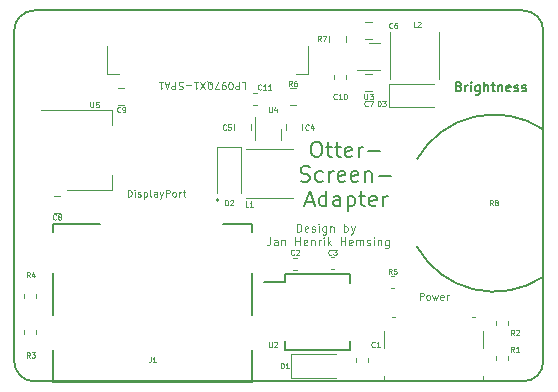
<source format=gto>
G04 #@! TF.GenerationSoftware,KiCad,Pcbnew,5.0.1*
G04 #@! TF.CreationDate,2019-09-04T02:10:02+02:00*
G04 #@! TF.ProjectId,OtterScreen,4F7474657253637265656E2E6B696361,rev?*
G04 #@! TF.SameCoordinates,Original*
G04 #@! TF.FileFunction,Legend,Top*
G04 #@! TF.FilePolarity,Positive*
%FSLAX46Y46*%
G04 Gerber Fmt 4.6, Leading zero omitted, Abs format (unit mm)*
G04 Created by KiCad (PCBNEW 5.0.1) date Wed 04 Sep 2019 02:10:02 AM CEST*
%MOMM*%
%LPD*%
G01*
G04 APERTURE LIST*
%ADD10C,0.200000*%
%ADD11C,0.100000*%
%ADD12C,0.130000*%
%ADD13C,0.150000*%
%ADD14C,0.120000*%
%ADD15C,0.127000*%
%ADD16C,0.110000*%
G04 APERTURE END LIST*
D10*
X155118064Y-126778891D02*
G75*
G02X165799999Y-124270001I6511936J-3731109D01*
G01*
X165795785Y-136748649D02*
G75*
G02X155110000Y-134220000I-4165785J6238649D01*
G01*
D11*
X144916666Y-132941666D02*
X144916666Y-132241666D01*
X145083333Y-132241666D01*
X145183333Y-132275000D01*
X145250000Y-132341666D01*
X145283333Y-132408333D01*
X145316666Y-132541666D01*
X145316666Y-132641666D01*
X145283333Y-132775000D01*
X145250000Y-132841666D01*
X145183333Y-132908333D01*
X145083333Y-132941666D01*
X144916666Y-132941666D01*
X145883333Y-132908333D02*
X145816666Y-132941666D01*
X145683333Y-132941666D01*
X145616666Y-132908333D01*
X145583333Y-132841666D01*
X145583333Y-132575000D01*
X145616666Y-132508333D01*
X145683333Y-132475000D01*
X145816666Y-132475000D01*
X145883333Y-132508333D01*
X145916666Y-132575000D01*
X145916666Y-132641666D01*
X145583333Y-132708333D01*
X146183333Y-132908333D02*
X146250000Y-132941666D01*
X146383333Y-132941666D01*
X146450000Y-132908333D01*
X146483333Y-132841666D01*
X146483333Y-132808333D01*
X146450000Y-132741666D01*
X146383333Y-132708333D01*
X146283333Y-132708333D01*
X146216666Y-132675000D01*
X146183333Y-132608333D01*
X146183333Y-132575000D01*
X146216666Y-132508333D01*
X146283333Y-132475000D01*
X146383333Y-132475000D01*
X146450000Y-132508333D01*
X146783333Y-132941666D02*
X146783333Y-132475000D01*
X146783333Y-132241666D02*
X146750000Y-132275000D01*
X146783333Y-132308333D01*
X146816666Y-132275000D01*
X146783333Y-132241666D01*
X146783333Y-132308333D01*
X147416666Y-132475000D02*
X147416666Y-133041666D01*
X147383333Y-133108333D01*
X147350000Y-133141666D01*
X147283333Y-133175000D01*
X147183333Y-133175000D01*
X147116666Y-133141666D01*
X147416666Y-132908333D02*
X147350000Y-132941666D01*
X147216666Y-132941666D01*
X147150000Y-132908333D01*
X147116666Y-132875000D01*
X147083333Y-132808333D01*
X147083333Y-132608333D01*
X147116666Y-132541666D01*
X147150000Y-132508333D01*
X147216666Y-132475000D01*
X147350000Y-132475000D01*
X147416666Y-132508333D01*
X147750000Y-132475000D02*
X147750000Y-132941666D01*
X147750000Y-132541666D02*
X147783333Y-132508333D01*
X147850000Y-132475000D01*
X147950000Y-132475000D01*
X148016666Y-132508333D01*
X148050000Y-132575000D01*
X148050000Y-132941666D01*
X148916666Y-132941666D02*
X148916666Y-132241666D01*
X148916666Y-132508333D02*
X148983333Y-132475000D01*
X149116666Y-132475000D01*
X149183333Y-132508333D01*
X149216666Y-132541666D01*
X149250000Y-132608333D01*
X149250000Y-132808333D01*
X149216666Y-132875000D01*
X149183333Y-132908333D01*
X149116666Y-132941666D01*
X148983333Y-132941666D01*
X148916666Y-132908333D01*
X149483333Y-132475000D02*
X149650000Y-132941666D01*
X149816666Y-132475000D02*
X149650000Y-132941666D01*
X149583333Y-133108333D01*
X149550000Y-133141666D01*
X149483333Y-133175000D01*
X142666666Y-133391666D02*
X142666666Y-133891666D01*
X142633333Y-133991666D01*
X142566666Y-134058333D01*
X142466666Y-134091666D01*
X142400000Y-134091666D01*
X143300000Y-134091666D02*
X143300000Y-133725000D01*
X143266666Y-133658333D01*
X143200000Y-133625000D01*
X143066666Y-133625000D01*
X143000000Y-133658333D01*
X143300000Y-134058333D02*
X143233333Y-134091666D01*
X143066666Y-134091666D01*
X143000000Y-134058333D01*
X142966666Y-133991666D01*
X142966666Y-133925000D01*
X143000000Y-133858333D01*
X143066666Y-133825000D01*
X143233333Y-133825000D01*
X143300000Y-133791666D01*
X143633333Y-133625000D02*
X143633333Y-134091666D01*
X143633333Y-133691666D02*
X143666666Y-133658333D01*
X143733333Y-133625000D01*
X143833333Y-133625000D01*
X143900000Y-133658333D01*
X143933333Y-133725000D01*
X143933333Y-134091666D01*
X144800000Y-134091666D02*
X144800000Y-133391666D01*
X144800000Y-133725000D02*
X145200000Y-133725000D01*
X145200000Y-134091666D02*
X145200000Y-133391666D01*
X145800000Y-134058333D02*
X145733333Y-134091666D01*
X145600000Y-134091666D01*
X145533333Y-134058333D01*
X145500000Y-133991666D01*
X145500000Y-133725000D01*
X145533333Y-133658333D01*
X145600000Y-133625000D01*
X145733333Y-133625000D01*
X145800000Y-133658333D01*
X145833333Y-133725000D01*
X145833333Y-133791666D01*
X145500000Y-133858333D01*
X146133333Y-133625000D02*
X146133333Y-134091666D01*
X146133333Y-133691666D02*
X146166666Y-133658333D01*
X146233333Y-133625000D01*
X146333333Y-133625000D01*
X146400000Y-133658333D01*
X146433333Y-133725000D01*
X146433333Y-134091666D01*
X146766666Y-134091666D02*
X146766666Y-133625000D01*
X146766666Y-133758333D02*
X146800000Y-133691666D01*
X146833333Y-133658333D01*
X146900000Y-133625000D01*
X146966666Y-133625000D01*
X147200000Y-134091666D02*
X147200000Y-133625000D01*
X147200000Y-133391666D02*
X147166666Y-133425000D01*
X147200000Y-133458333D01*
X147233333Y-133425000D01*
X147200000Y-133391666D01*
X147200000Y-133458333D01*
X147533333Y-134091666D02*
X147533333Y-133391666D01*
X147600000Y-133825000D02*
X147800000Y-134091666D01*
X147800000Y-133625000D02*
X147533333Y-133891666D01*
X148633333Y-134091666D02*
X148633333Y-133391666D01*
X148633333Y-133725000D02*
X149033333Y-133725000D01*
X149033333Y-134091666D02*
X149033333Y-133391666D01*
X149633333Y-134058333D02*
X149566666Y-134091666D01*
X149433333Y-134091666D01*
X149366666Y-134058333D01*
X149333333Y-133991666D01*
X149333333Y-133725000D01*
X149366666Y-133658333D01*
X149433333Y-133625000D01*
X149566666Y-133625000D01*
X149633333Y-133658333D01*
X149666666Y-133725000D01*
X149666666Y-133791666D01*
X149333333Y-133858333D01*
X149966666Y-134091666D02*
X149966666Y-133625000D01*
X149966666Y-133691666D02*
X150000000Y-133658333D01*
X150066666Y-133625000D01*
X150166666Y-133625000D01*
X150233333Y-133658333D01*
X150266666Y-133725000D01*
X150266666Y-134091666D01*
X150266666Y-133725000D02*
X150300000Y-133658333D01*
X150366666Y-133625000D01*
X150466666Y-133625000D01*
X150533333Y-133658333D01*
X150566666Y-133725000D01*
X150566666Y-134091666D01*
X150866666Y-134058333D02*
X150933333Y-134091666D01*
X151066666Y-134091666D01*
X151133333Y-134058333D01*
X151166666Y-133991666D01*
X151166666Y-133958333D01*
X151133333Y-133891666D01*
X151066666Y-133858333D01*
X150966666Y-133858333D01*
X150900000Y-133825000D01*
X150866666Y-133758333D01*
X150866666Y-133725000D01*
X150900000Y-133658333D01*
X150966666Y-133625000D01*
X151066666Y-133625000D01*
X151133333Y-133658333D01*
X151466666Y-134091666D02*
X151466666Y-133625000D01*
X151466666Y-133391666D02*
X151433333Y-133425000D01*
X151466666Y-133458333D01*
X151500000Y-133425000D01*
X151466666Y-133391666D01*
X151466666Y-133458333D01*
X151800000Y-133625000D02*
X151800000Y-134091666D01*
X151800000Y-133691666D02*
X151833333Y-133658333D01*
X151900000Y-133625000D01*
X152000000Y-133625000D01*
X152066666Y-133658333D01*
X152100000Y-133725000D01*
X152100000Y-134091666D01*
X152733333Y-133625000D02*
X152733333Y-134191666D01*
X152700000Y-134258333D01*
X152666666Y-134291666D01*
X152600000Y-134325000D01*
X152500000Y-134325000D01*
X152433333Y-134291666D01*
X152733333Y-134058333D02*
X152666666Y-134091666D01*
X152533333Y-134091666D01*
X152466666Y-134058333D01*
X152433333Y-134025000D01*
X152400000Y-133958333D01*
X152400000Y-133758333D01*
X152433333Y-133691666D01*
X152466666Y-133658333D01*
X152533333Y-133625000D01*
X152666666Y-133625000D01*
X152733333Y-133658333D01*
X130600000Y-129971428D02*
X130600000Y-129371428D01*
X130742857Y-129371428D01*
X130828571Y-129400000D01*
X130885714Y-129457142D01*
X130914285Y-129514285D01*
X130942857Y-129628571D01*
X130942857Y-129714285D01*
X130914285Y-129828571D01*
X130885714Y-129885714D01*
X130828571Y-129942857D01*
X130742857Y-129971428D01*
X130600000Y-129971428D01*
X131200000Y-129971428D02*
X131200000Y-129571428D01*
X131200000Y-129371428D02*
X131171428Y-129400000D01*
X131200000Y-129428571D01*
X131228571Y-129400000D01*
X131200000Y-129371428D01*
X131200000Y-129428571D01*
X131457142Y-129942857D02*
X131514285Y-129971428D01*
X131628571Y-129971428D01*
X131685714Y-129942857D01*
X131714285Y-129885714D01*
X131714285Y-129857142D01*
X131685714Y-129800000D01*
X131628571Y-129771428D01*
X131542857Y-129771428D01*
X131485714Y-129742857D01*
X131457142Y-129685714D01*
X131457142Y-129657142D01*
X131485714Y-129600000D01*
X131542857Y-129571428D01*
X131628571Y-129571428D01*
X131685714Y-129600000D01*
X131971428Y-129571428D02*
X131971428Y-130171428D01*
X131971428Y-129600000D02*
X132028571Y-129571428D01*
X132142857Y-129571428D01*
X132200000Y-129600000D01*
X132228571Y-129628571D01*
X132257142Y-129685714D01*
X132257142Y-129857142D01*
X132228571Y-129914285D01*
X132200000Y-129942857D01*
X132142857Y-129971428D01*
X132028571Y-129971428D01*
X131971428Y-129942857D01*
X132600000Y-129971428D02*
X132542857Y-129942857D01*
X132514285Y-129885714D01*
X132514285Y-129371428D01*
X133085714Y-129971428D02*
X133085714Y-129657142D01*
X133057142Y-129600000D01*
X133000000Y-129571428D01*
X132885714Y-129571428D01*
X132828571Y-129600000D01*
X133085714Y-129942857D02*
X133028571Y-129971428D01*
X132885714Y-129971428D01*
X132828571Y-129942857D01*
X132800000Y-129885714D01*
X132800000Y-129828571D01*
X132828571Y-129771428D01*
X132885714Y-129742857D01*
X133028571Y-129742857D01*
X133085714Y-129714285D01*
X133314285Y-129571428D02*
X133457142Y-129971428D01*
X133600000Y-129571428D02*
X133457142Y-129971428D01*
X133400000Y-130114285D01*
X133371428Y-130142857D01*
X133314285Y-130171428D01*
X133828571Y-129971428D02*
X133828571Y-129371428D01*
X134057142Y-129371428D01*
X134114285Y-129400000D01*
X134142857Y-129428571D01*
X134171428Y-129485714D01*
X134171428Y-129571428D01*
X134142857Y-129628571D01*
X134114285Y-129657142D01*
X134057142Y-129685714D01*
X133828571Y-129685714D01*
X134514285Y-129971428D02*
X134457142Y-129942857D01*
X134428571Y-129914285D01*
X134400000Y-129857142D01*
X134400000Y-129685714D01*
X134428571Y-129628571D01*
X134457142Y-129600000D01*
X134514285Y-129571428D01*
X134600000Y-129571428D01*
X134657142Y-129600000D01*
X134685714Y-129628571D01*
X134714285Y-129685714D01*
X134714285Y-129857142D01*
X134685714Y-129914285D01*
X134657142Y-129942857D01*
X134600000Y-129971428D01*
X134514285Y-129971428D01*
X134971428Y-129971428D02*
X134971428Y-129571428D01*
X134971428Y-129685714D02*
X135000000Y-129628571D01*
X135028571Y-129600000D01*
X135085714Y-129571428D01*
X135142857Y-129571428D01*
X135257142Y-129571428D02*
X135485714Y-129571428D01*
X135342857Y-129371428D02*
X135342857Y-129885714D01*
X135371428Y-129942857D01*
X135428571Y-129971428D01*
X135485714Y-129971428D01*
X155324285Y-138701428D02*
X155324285Y-138101428D01*
X155552857Y-138101428D01*
X155610000Y-138130000D01*
X155638571Y-138158571D01*
X155667142Y-138215714D01*
X155667142Y-138301428D01*
X155638571Y-138358571D01*
X155610000Y-138387142D01*
X155552857Y-138415714D01*
X155324285Y-138415714D01*
X156010000Y-138701428D02*
X155952857Y-138672857D01*
X155924285Y-138644285D01*
X155895714Y-138587142D01*
X155895714Y-138415714D01*
X155924285Y-138358571D01*
X155952857Y-138330000D01*
X156010000Y-138301428D01*
X156095714Y-138301428D01*
X156152857Y-138330000D01*
X156181428Y-138358571D01*
X156210000Y-138415714D01*
X156210000Y-138587142D01*
X156181428Y-138644285D01*
X156152857Y-138672857D01*
X156095714Y-138701428D01*
X156010000Y-138701428D01*
X156410000Y-138301428D02*
X156524285Y-138701428D01*
X156638571Y-138415714D01*
X156752857Y-138701428D01*
X156867142Y-138301428D01*
X157324285Y-138672857D02*
X157267142Y-138701428D01*
X157152857Y-138701428D01*
X157095714Y-138672857D01*
X157067142Y-138615714D01*
X157067142Y-138387142D01*
X157095714Y-138330000D01*
X157152857Y-138301428D01*
X157267142Y-138301428D01*
X157324285Y-138330000D01*
X157352857Y-138387142D01*
X157352857Y-138444285D01*
X157067142Y-138501428D01*
X157610000Y-138701428D02*
X157610000Y-138301428D01*
X157610000Y-138415714D02*
X157638571Y-138358571D01*
X157667142Y-138330000D01*
X157724285Y-138301428D01*
X157781428Y-138301428D01*
X140257142Y-120268571D02*
X140542857Y-120268571D01*
X140542857Y-120868571D01*
X140057142Y-120268571D02*
X140057142Y-120868571D01*
X139828571Y-120868571D01*
X139771428Y-120840000D01*
X139742857Y-120811428D01*
X139714285Y-120754285D01*
X139714285Y-120668571D01*
X139742857Y-120611428D01*
X139771428Y-120582857D01*
X139828571Y-120554285D01*
X140057142Y-120554285D01*
X139342857Y-120868571D02*
X139285714Y-120868571D01*
X139228571Y-120840000D01*
X139200000Y-120811428D01*
X139171428Y-120754285D01*
X139142857Y-120640000D01*
X139142857Y-120497142D01*
X139171428Y-120382857D01*
X139200000Y-120325714D01*
X139228571Y-120297142D01*
X139285714Y-120268571D01*
X139342857Y-120268571D01*
X139400000Y-120297142D01*
X139428571Y-120325714D01*
X139457142Y-120382857D01*
X139485714Y-120497142D01*
X139485714Y-120640000D01*
X139457142Y-120754285D01*
X139428571Y-120811428D01*
X139400000Y-120840000D01*
X139342857Y-120868571D01*
X138857142Y-120268571D02*
X138742857Y-120268571D01*
X138685714Y-120297142D01*
X138657142Y-120325714D01*
X138600000Y-120411428D01*
X138571428Y-120525714D01*
X138571428Y-120754285D01*
X138600000Y-120811428D01*
X138628571Y-120840000D01*
X138685714Y-120868571D01*
X138800000Y-120868571D01*
X138857142Y-120840000D01*
X138885714Y-120811428D01*
X138914285Y-120754285D01*
X138914285Y-120611428D01*
X138885714Y-120554285D01*
X138857142Y-120525714D01*
X138800000Y-120497142D01*
X138685714Y-120497142D01*
X138628571Y-120525714D01*
X138600000Y-120554285D01*
X138571428Y-120611428D01*
X138371428Y-120868571D02*
X137971428Y-120868571D01*
X138228571Y-120268571D01*
X137342857Y-120211428D02*
X137400000Y-120240000D01*
X137457142Y-120297142D01*
X137542857Y-120382857D01*
X137600000Y-120411428D01*
X137657142Y-120411428D01*
X137628571Y-120268571D02*
X137685714Y-120297142D01*
X137742857Y-120354285D01*
X137771428Y-120468571D01*
X137771428Y-120668571D01*
X137742857Y-120782857D01*
X137685714Y-120840000D01*
X137628571Y-120868571D01*
X137514285Y-120868571D01*
X137457142Y-120840000D01*
X137400000Y-120782857D01*
X137371428Y-120668571D01*
X137371428Y-120468571D01*
X137400000Y-120354285D01*
X137457142Y-120297142D01*
X137514285Y-120268571D01*
X137628571Y-120268571D01*
X137171428Y-120868571D02*
X136771428Y-120268571D01*
X136771428Y-120868571D02*
X137171428Y-120268571D01*
X136228571Y-120268571D02*
X136571428Y-120268571D01*
X136400000Y-120268571D02*
X136400000Y-120868571D01*
X136457142Y-120782857D01*
X136514285Y-120725714D01*
X136571428Y-120697142D01*
X135971428Y-120497142D02*
X135514285Y-120497142D01*
X135257142Y-120297142D02*
X135171428Y-120268571D01*
X135028571Y-120268571D01*
X134971428Y-120297142D01*
X134942857Y-120325714D01*
X134914285Y-120382857D01*
X134914285Y-120440000D01*
X134942857Y-120497142D01*
X134971428Y-120525714D01*
X135028571Y-120554285D01*
X135142857Y-120582857D01*
X135200000Y-120611428D01*
X135228571Y-120640000D01*
X135257142Y-120697142D01*
X135257142Y-120754285D01*
X135228571Y-120811428D01*
X135200000Y-120840000D01*
X135142857Y-120868571D01*
X135000000Y-120868571D01*
X134914285Y-120840000D01*
X134657142Y-120268571D02*
X134657142Y-120868571D01*
X134428571Y-120868571D01*
X134371428Y-120840000D01*
X134342857Y-120811428D01*
X134314285Y-120754285D01*
X134314285Y-120668571D01*
X134342857Y-120611428D01*
X134371428Y-120582857D01*
X134428571Y-120554285D01*
X134657142Y-120554285D01*
X134085714Y-120440000D02*
X133800000Y-120440000D01*
X134142857Y-120268571D02*
X133942857Y-120868571D01*
X133742857Y-120268571D01*
X133228571Y-120268571D02*
X133571428Y-120268571D01*
X133400000Y-120268571D02*
X133400000Y-120868571D01*
X133457142Y-120782857D01*
X133514285Y-120725714D01*
X133571428Y-120697142D01*
D12*
X146469047Y-125308095D02*
X146716666Y-125308095D01*
X146840476Y-125370000D01*
X146964285Y-125493809D01*
X147026190Y-125741428D01*
X147026190Y-126174761D01*
X146964285Y-126422380D01*
X146840476Y-126546190D01*
X146716666Y-126608095D01*
X146469047Y-126608095D01*
X146345238Y-126546190D01*
X146221428Y-126422380D01*
X146159523Y-126174761D01*
X146159523Y-125741428D01*
X146221428Y-125493809D01*
X146345238Y-125370000D01*
X146469047Y-125308095D01*
X147397619Y-125741428D02*
X147892857Y-125741428D01*
X147583333Y-125308095D02*
X147583333Y-126422380D01*
X147645238Y-126546190D01*
X147769047Y-126608095D01*
X147892857Y-126608095D01*
X148140476Y-125741428D02*
X148635714Y-125741428D01*
X148326190Y-125308095D02*
X148326190Y-126422380D01*
X148388095Y-126546190D01*
X148511904Y-126608095D01*
X148635714Y-126608095D01*
X149564285Y-126546190D02*
X149440476Y-126608095D01*
X149192857Y-126608095D01*
X149069047Y-126546190D01*
X149007142Y-126422380D01*
X149007142Y-125927142D01*
X149069047Y-125803333D01*
X149192857Y-125741428D01*
X149440476Y-125741428D01*
X149564285Y-125803333D01*
X149626190Y-125927142D01*
X149626190Y-126050952D01*
X149007142Y-126174761D01*
X150183333Y-126608095D02*
X150183333Y-125741428D01*
X150183333Y-125989047D02*
X150245238Y-125865238D01*
X150307142Y-125803333D01*
X150430952Y-125741428D01*
X150554761Y-125741428D01*
X150988095Y-126112857D02*
X151978571Y-126112857D01*
X145261904Y-128626190D02*
X145447619Y-128688095D01*
X145757142Y-128688095D01*
X145880952Y-128626190D01*
X145942857Y-128564285D01*
X146004761Y-128440476D01*
X146004761Y-128316666D01*
X145942857Y-128192857D01*
X145880952Y-128130952D01*
X145757142Y-128069047D01*
X145509523Y-128007142D01*
X145385714Y-127945238D01*
X145323809Y-127883333D01*
X145261904Y-127759523D01*
X145261904Y-127635714D01*
X145323809Y-127511904D01*
X145385714Y-127450000D01*
X145509523Y-127388095D01*
X145819047Y-127388095D01*
X146004761Y-127450000D01*
X147119047Y-128626190D02*
X146995238Y-128688095D01*
X146747619Y-128688095D01*
X146623809Y-128626190D01*
X146561904Y-128564285D01*
X146500000Y-128440476D01*
X146500000Y-128069047D01*
X146561904Y-127945238D01*
X146623809Y-127883333D01*
X146747619Y-127821428D01*
X146995238Y-127821428D01*
X147119047Y-127883333D01*
X147676190Y-128688095D02*
X147676190Y-127821428D01*
X147676190Y-128069047D02*
X147738095Y-127945238D01*
X147800000Y-127883333D01*
X147923809Y-127821428D01*
X148047619Y-127821428D01*
X148976190Y-128626190D02*
X148852380Y-128688095D01*
X148604761Y-128688095D01*
X148480952Y-128626190D01*
X148419047Y-128502380D01*
X148419047Y-128007142D01*
X148480952Y-127883333D01*
X148604761Y-127821428D01*
X148852380Y-127821428D01*
X148976190Y-127883333D01*
X149038095Y-128007142D01*
X149038095Y-128130952D01*
X148419047Y-128254761D01*
X150090476Y-128626190D02*
X149966666Y-128688095D01*
X149719047Y-128688095D01*
X149595238Y-128626190D01*
X149533333Y-128502380D01*
X149533333Y-128007142D01*
X149595238Y-127883333D01*
X149719047Y-127821428D01*
X149966666Y-127821428D01*
X150090476Y-127883333D01*
X150152380Y-128007142D01*
X150152380Y-128130952D01*
X149533333Y-128254761D01*
X150709523Y-127821428D02*
X150709523Y-128688095D01*
X150709523Y-127945238D02*
X150771428Y-127883333D01*
X150895238Y-127821428D01*
X151080952Y-127821428D01*
X151204761Y-127883333D01*
X151266666Y-128007142D01*
X151266666Y-128688095D01*
X151885714Y-128192857D02*
X152876190Y-128192857D01*
X145695238Y-130396666D02*
X146314285Y-130396666D01*
X145571428Y-130768095D02*
X146004761Y-129468095D01*
X146438095Y-130768095D01*
X147428571Y-130768095D02*
X147428571Y-129468095D01*
X147428571Y-130706190D02*
X147304761Y-130768095D01*
X147057142Y-130768095D01*
X146933333Y-130706190D01*
X146871428Y-130644285D01*
X146809523Y-130520476D01*
X146809523Y-130149047D01*
X146871428Y-130025238D01*
X146933333Y-129963333D01*
X147057142Y-129901428D01*
X147304761Y-129901428D01*
X147428571Y-129963333D01*
X148604761Y-130768095D02*
X148604761Y-130087142D01*
X148542857Y-129963333D01*
X148419047Y-129901428D01*
X148171428Y-129901428D01*
X148047619Y-129963333D01*
X148604761Y-130706190D02*
X148480952Y-130768095D01*
X148171428Y-130768095D01*
X148047619Y-130706190D01*
X147985714Y-130582380D01*
X147985714Y-130458571D01*
X148047619Y-130334761D01*
X148171428Y-130272857D01*
X148480952Y-130272857D01*
X148604761Y-130210952D01*
X149223809Y-129901428D02*
X149223809Y-131201428D01*
X149223809Y-129963333D02*
X149347619Y-129901428D01*
X149595238Y-129901428D01*
X149719047Y-129963333D01*
X149780952Y-130025238D01*
X149842857Y-130149047D01*
X149842857Y-130520476D01*
X149780952Y-130644285D01*
X149719047Y-130706190D01*
X149595238Y-130768095D01*
X149347619Y-130768095D01*
X149223809Y-130706190D01*
X150214285Y-129901428D02*
X150709523Y-129901428D01*
X150400000Y-129468095D02*
X150400000Y-130582380D01*
X150461904Y-130706190D01*
X150585714Y-130768095D01*
X150709523Y-130768095D01*
X151638095Y-130706190D02*
X151514285Y-130768095D01*
X151266666Y-130768095D01*
X151142857Y-130706190D01*
X151080952Y-130582380D01*
X151080952Y-130087142D01*
X151142857Y-129963333D01*
X151266666Y-129901428D01*
X151514285Y-129901428D01*
X151638095Y-129963333D01*
X151700000Y-130087142D01*
X151700000Y-130210952D01*
X151080952Y-130334761D01*
X152257142Y-130768095D02*
X152257142Y-129901428D01*
X152257142Y-130149047D02*
X152319047Y-130025238D01*
X152380952Y-129963333D01*
X152504761Y-129901428D01*
X152628571Y-129901428D01*
D13*
X158654285Y-120632857D02*
X158768571Y-120670952D01*
X158806666Y-120709047D01*
X158844761Y-120785238D01*
X158844761Y-120899523D01*
X158806666Y-120975714D01*
X158768571Y-121013809D01*
X158692380Y-121051904D01*
X158387619Y-121051904D01*
X158387619Y-120251904D01*
X158654285Y-120251904D01*
X158730476Y-120290000D01*
X158768571Y-120328095D01*
X158806666Y-120404285D01*
X158806666Y-120480476D01*
X158768571Y-120556666D01*
X158730476Y-120594761D01*
X158654285Y-120632857D01*
X158387619Y-120632857D01*
X159187619Y-121051904D02*
X159187619Y-120518571D01*
X159187619Y-120670952D02*
X159225714Y-120594761D01*
X159263809Y-120556666D01*
X159340000Y-120518571D01*
X159416190Y-120518571D01*
X159682857Y-121051904D02*
X159682857Y-120518571D01*
X159682857Y-120251904D02*
X159644761Y-120290000D01*
X159682857Y-120328095D01*
X159720952Y-120290000D01*
X159682857Y-120251904D01*
X159682857Y-120328095D01*
X160406666Y-120518571D02*
X160406666Y-121166190D01*
X160368571Y-121242380D01*
X160330476Y-121280476D01*
X160254285Y-121318571D01*
X160140000Y-121318571D01*
X160063809Y-121280476D01*
X160406666Y-121013809D02*
X160330476Y-121051904D01*
X160178095Y-121051904D01*
X160101904Y-121013809D01*
X160063809Y-120975714D01*
X160025714Y-120899523D01*
X160025714Y-120670952D01*
X160063809Y-120594761D01*
X160101904Y-120556666D01*
X160178095Y-120518571D01*
X160330476Y-120518571D01*
X160406666Y-120556666D01*
X160787619Y-121051904D02*
X160787619Y-120251904D01*
X161130476Y-121051904D02*
X161130476Y-120632857D01*
X161092380Y-120556666D01*
X161016190Y-120518571D01*
X160901904Y-120518571D01*
X160825714Y-120556666D01*
X160787619Y-120594761D01*
X161397142Y-120518571D02*
X161701904Y-120518571D01*
X161511428Y-120251904D02*
X161511428Y-120937619D01*
X161549523Y-121013809D01*
X161625714Y-121051904D01*
X161701904Y-121051904D01*
X161968571Y-120518571D02*
X161968571Y-121051904D01*
X161968571Y-120594761D02*
X162006666Y-120556666D01*
X162082857Y-120518571D01*
X162197142Y-120518571D01*
X162273333Y-120556666D01*
X162311428Y-120632857D01*
X162311428Y-121051904D01*
X162997142Y-121013809D02*
X162920952Y-121051904D01*
X162768571Y-121051904D01*
X162692380Y-121013809D01*
X162654285Y-120937619D01*
X162654285Y-120632857D01*
X162692380Y-120556666D01*
X162768571Y-120518571D01*
X162920952Y-120518571D01*
X162997142Y-120556666D01*
X163035238Y-120632857D01*
X163035238Y-120709047D01*
X162654285Y-120785238D01*
X163340000Y-121013809D02*
X163416190Y-121051904D01*
X163568571Y-121051904D01*
X163644761Y-121013809D01*
X163682857Y-120937619D01*
X163682857Y-120899523D01*
X163644761Y-120823333D01*
X163568571Y-120785238D01*
X163454285Y-120785238D01*
X163378095Y-120747142D01*
X163340000Y-120670952D01*
X163340000Y-120632857D01*
X163378095Y-120556666D01*
X163454285Y-120518571D01*
X163568571Y-120518571D01*
X163644761Y-120556666D01*
X163987619Y-121013809D02*
X164063809Y-121051904D01*
X164216190Y-121051904D01*
X164292380Y-121013809D01*
X164330476Y-120937619D01*
X164330476Y-120899523D01*
X164292380Y-120823333D01*
X164216190Y-120785238D01*
X164101904Y-120785238D01*
X164025714Y-120747142D01*
X163987619Y-120670952D01*
X163987619Y-120632857D01*
X164025714Y-120556666D01*
X164101904Y-120518571D01*
X164216190Y-120518571D01*
X164292380Y-120556666D01*
X164099999Y-114200001D02*
G75*
G02X165800000Y-115900000I1J-1700000D01*
G01*
X121000001Y-115900001D02*
G75*
G02X122700000Y-114200000I1700000J1D01*
G01*
X122700001Y-145599999D02*
G75*
G02X121000000Y-143900000I-1J1700000D01*
G01*
X165800000Y-143900000D02*
G75*
G02X164100000Y-145600000I-1700000J0D01*
G01*
X164100000Y-145600000D02*
X136200000Y-145600000D01*
X165800000Y-115900000D02*
X165800000Y-143900000D01*
X122700000Y-114200000D02*
X164099999Y-114200001D01*
X121000000Y-143900000D02*
X121000001Y-115900001D01*
X136200000Y-145600000D02*
X122700001Y-145599999D01*
D14*
G04 #@! TO.C,C10*
X148090000Y-119637221D02*
X148090000Y-119962779D01*
X149110000Y-119637221D02*
X149110000Y-119962779D01*
G04 #@! TO.C,C11*
X141562779Y-122210000D02*
X141237221Y-122210000D01*
X141562779Y-121190000D02*
X141237221Y-121190000D01*
G04 #@! TO.C,U3*
X150000000Y-119210000D02*
X152000000Y-119210000D01*
X151000000Y-116990000D02*
X152000000Y-116990000D01*
G04 #@! TO.C,U4*
X143610000Y-124200000D02*
X143610000Y-125200000D01*
X141390000Y-123200000D02*
X141390000Y-125200000D01*
G04 #@! TO.C,C8*
X124888578Y-129890000D02*
X124371422Y-129890000D01*
X124888578Y-131310000D02*
X124371422Y-131310000D01*
G04 #@! TO.C,C9*
X130328578Y-122180000D02*
X129811422Y-122180000D01*
X130328578Y-120760000D02*
X129811422Y-120760000D01*
G04 #@! TO.C,U5*
X129260000Y-129430000D02*
X129260000Y-128170000D01*
X129260000Y-122610000D02*
X129260000Y-123870000D01*
X125500000Y-129430000D02*
X129260000Y-129430000D01*
X123250000Y-122610000D02*
X129260000Y-122610000D01*
D15*
G04 #@! TO.C,J1*
X128250000Y-132280000D02*
X124250000Y-132280000D01*
X124250000Y-132280000D02*
X124250000Y-132980000D01*
X124250000Y-136410000D02*
X124250000Y-139960000D01*
X124250000Y-142990000D02*
X124250000Y-145650000D01*
X141150000Y-142990000D02*
X141150000Y-145650000D01*
X141150000Y-136410000D02*
X141150000Y-139960000D01*
X141150000Y-132280000D02*
X141150000Y-132980000D01*
X141150000Y-132280000D02*
X138650000Y-132280000D01*
D10*
X138300000Y-130250000D02*
G75*
G03X138300000Y-130250000I-100000J0D01*
G01*
D15*
X124250000Y-145650000D02*
X141150000Y-145650000D01*
D13*
G04 #@! TO.C,U2*
X143930000Y-137180000D02*
X142180000Y-137180000D01*
X143930000Y-142935000D02*
X149430000Y-142935000D01*
X143930000Y-136525000D02*
X149430000Y-136525000D01*
X143930000Y-142935000D02*
X143930000Y-142185000D01*
X149430000Y-142935000D02*
X149430000Y-142185000D01*
X149430000Y-136525000D02*
X149430000Y-137275000D01*
X143930000Y-136525000D02*
X143930000Y-137180000D01*
D14*
G04 #@! TO.C,R7*
X149110000Y-116858578D02*
X149110000Y-116341422D01*
X147690000Y-116858578D02*
X147690000Y-116341422D01*
G04 #@! TO.C,R6*
X144341422Y-122209999D02*
X144858578Y-122209999D01*
X144341422Y-120789999D02*
X144858578Y-120789999D01*
G04 #@! TO.C,R5*
X152867221Y-137690000D02*
X153192779Y-137690000D01*
X152867221Y-136670000D02*
X153192779Y-136670000D01*
G04 #@! TO.C,L2*
X152800000Y-116000000D02*
X152800000Y-120000000D01*
X157000000Y-116000000D02*
X157000000Y-120000000D01*
G04 #@! TO.C,L1*
X144600000Y-125900000D02*
X140600000Y-125900000D01*
X144600000Y-130100000D02*
X140600000Y-130100000D01*
G04 #@! TO.C,D3*
X152700000Y-120400000D02*
X156550000Y-120400000D01*
X152700000Y-122400000D02*
X156550000Y-122400000D01*
X152700000Y-120400000D02*
X152700000Y-122400000D01*
G04 #@! TO.C,D2*
X140200000Y-125800000D02*
X140200000Y-129650000D01*
X138200000Y-125800000D02*
X138200000Y-129650000D01*
X140200000Y-125800000D02*
X138200000Y-125800000D01*
G04 #@! TO.C,D1*
X144440000Y-143280000D02*
X148290000Y-143280000D01*
X144440000Y-145280000D02*
X148290000Y-145280000D01*
X144440000Y-143280000D02*
X144440000Y-145280000D01*
G04 #@! TO.C,C7*
X151258578Y-119590000D02*
X150741422Y-119590000D01*
X151258578Y-121010000D02*
X150741422Y-121010000D01*
G04 #@! TO.C,C6*
X151258578Y-115180000D02*
X150741422Y-115180000D01*
X151258578Y-116600000D02*
X150741422Y-116600000D01*
G04 #@! TO.C,C5*
X141010000Y-124358578D02*
X141010000Y-123841422D01*
X139590000Y-124358578D02*
X139590000Y-123841422D01*
G04 #@! TO.C,C4*
X145410000Y-124358578D02*
X145410000Y-123841422D01*
X143990000Y-124358578D02*
X143990000Y-123841422D01*
G04 #@! TO.C,C3*
X148112779Y-135090000D02*
X147787221Y-135090000D01*
X148112779Y-136110000D02*
X147787221Y-136110000D01*
G04 #@! TO.C,C2*
X144942779Y-135120000D02*
X144617221Y-135120000D01*
X144942779Y-136140000D02*
X144617221Y-136140000D01*
G04 #@! TO.C,C1*
X149910000Y-143657221D02*
X149910000Y-143982779D01*
X150930000Y-143657221D02*
X150930000Y-143982779D01*
D11*
G04 #@! TO.C,J2*
X152300000Y-145550000D02*
X160700000Y-145550000D01*
X160700000Y-145550000D02*
X160700000Y-145150000D01*
D16*
X160700000Y-142750000D02*
X160700000Y-141350000D01*
D11*
X152300000Y-145550000D02*
X152300000Y-145150000D01*
X152300000Y-142750000D02*
X152300000Y-141350000D01*
X152950000Y-140150000D02*
X153250000Y-140150000D01*
X160050000Y-140150000D02*
X159750000Y-140150000D01*
D14*
G04 #@! TO.C,R4*
X122860000Y-138525279D02*
X122860000Y-138199721D01*
X121840000Y-138525279D02*
X121840000Y-138199721D01*
G04 #@! TO.C,R3*
X122860000Y-141287221D02*
X122860000Y-141612779D01*
X121840000Y-141287221D02*
X121840000Y-141612779D01*
G04 #@! TO.C,R2*
X162780000Y-140832779D02*
X162780000Y-140507221D01*
X161760000Y-140832779D02*
X161760000Y-140507221D01*
G04 #@! TO.C,R1*
X162780000Y-143487221D02*
X162780000Y-143812779D01*
X161760000Y-143487221D02*
X161760000Y-143812779D01*
D11*
G04 #@! TO.C,U1*
X128850000Y-117190000D02*
X128850000Y-119540000D01*
X128850000Y-119540000D02*
X129850000Y-119540000D01*
X145850000Y-117190000D02*
X145850000Y-119540000D01*
X145850000Y-119540000D02*
X144850000Y-119540000D01*
G04 #@! TD*
G04 #@! TO.C,C10*
X148310714Y-121660714D02*
X148289285Y-121682142D01*
X148225000Y-121703571D01*
X148182142Y-121703571D01*
X148117857Y-121682142D01*
X148075000Y-121639285D01*
X148053571Y-121596428D01*
X148032142Y-121510714D01*
X148032142Y-121446428D01*
X148053571Y-121360714D01*
X148075000Y-121317857D01*
X148117857Y-121275000D01*
X148182142Y-121253571D01*
X148225000Y-121253571D01*
X148289285Y-121275000D01*
X148310714Y-121296428D01*
X148739285Y-121703571D02*
X148482142Y-121703571D01*
X148610714Y-121703571D02*
X148610714Y-121253571D01*
X148567857Y-121317857D01*
X148525000Y-121360714D01*
X148482142Y-121382142D01*
X149017857Y-121253571D02*
X149060714Y-121253571D01*
X149103571Y-121275000D01*
X149125000Y-121296428D01*
X149146428Y-121339285D01*
X149167857Y-121425000D01*
X149167857Y-121532142D01*
X149146428Y-121617857D01*
X149125000Y-121660714D01*
X149103571Y-121682142D01*
X149060714Y-121703571D01*
X149017857Y-121703571D01*
X148975000Y-121682142D01*
X148953571Y-121660714D01*
X148932142Y-121617857D01*
X148910714Y-121532142D01*
X148910714Y-121425000D01*
X148932142Y-121339285D01*
X148953571Y-121296428D01*
X148975000Y-121275000D01*
X149017857Y-121253571D01*
G04 #@! TO.C,C11*
X141910714Y-120860714D02*
X141889285Y-120882142D01*
X141825000Y-120903571D01*
X141782142Y-120903571D01*
X141717857Y-120882142D01*
X141675000Y-120839285D01*
X141653571Y-120796428D01*
X141632142Y-120710714D01*
X141632142Y-120646428D01*
X141653571Y-120560714D01*
X141675000Y-120517857D01*
X141717857Y-120475000D01*
X141782142Y-120453571D01*
X141825000Y-120453571D01*
X141889285Y-120475000D01*
X141910714Y-120496428D01*
X142339285Y-120903571D02*
X142082142Y-120903571D01*
X142210714Y-120903571D02*
X142210714Y-120453571D01*
X142167857Y-120517857D01*
X142125000Y-120560714D01*
X142082142Y-120582142D01*
X142767857Y-120903571D02*
X142510714Y-120903571D01*
X142639285Y-120903571D02*
X142639285Y-120453571D01*
X142596428Y-120517857D01*
X142553571Y-120560714D01*
X142510714Y-120582142D01*
G04 #@! TO.C,U3*
X150657142Y-121253571D02*
X150657142Y-121617857D01*
X150678571Y-121660714D01*
X150700000Y-121682142D01*
X150742857Y-121703571D01*
X150828571Y-121703571D01*
X150871428Y-121682142D01*
X150892857Y-121660714D01*
X150914285Y-121617857D01*
X150914285Y-121253571D01*
X151085714Y-121253571D02*
X151364285Y-121253571D01*
X151214285Y-121425000D01*
X151278571Y-121425000D01*
X151321428Y-121446428D01*
X151342857Y-121467857D01*
X151364285Y-121510714D01*
X151364285Y-121617857D01*
X151342857Y-121660714D01*
X151321428Y-121682142D01*
X151278571Y-121703571D01*
X151150000Y-121703571D01*
X151107142Y-121682142D01*
X151085714Y-121660714D01*
G04 #@! TO.C,U4*
X142557142Y-122353571D02*
X142557142Y-122717857D01*
X142578571Y-122760714D01*
X142600000Y-122782142D01*
X142642857Y-122803571D01*
X142728571Y-122803571D01*
X142771428Y-122782142D01*
X142792857Y-122760714D01*
X142814285Y-122717857D01*
X142814285Y-122353571D01*
X143221428Y-122503571D02*
X143221428Y-122803571D01*
X143114285Y-122332142D02*
X143007142Y-122653571D01*
X143285714Y-122653571D01*
G04 #@! TO.C,C8*
X124555000Y-131860714D02*
X124533571Y-131882142D01*
X124469285Y-131903571D01*
X124426428Y-131903571D01*
X124362142Y-131882142D01*
X124319285Y-131839285D01*
X124297857Y-131796428D01*
X124276428Y-131710714D01*
X124276428Y-131646428D01*
X124297857Y-131560714D01*
X124319285Y-131517857D01*
X124362142Y-131475000D01*
X124426428Y-131453571D01*
X124469285Y-131453571D01*
X124533571Y-131475000D01*
X124555000Y-131496428D01*
X124812142Y-131646428D02*
X124769285Y-131625000D01*
X124747857Y-131603571D01*
X124726428Y-131560714D01*
X124726428Y-131539285D01*
X124747857Y-131496428D01*
X124769285Y-131475000D01*
X124812142Y-131453571D01*
X124897857Y-131453571D01*
X124940714Y-131475000D01*
X124962142Y-131496428D01*
X124983571Y-131539285D01*
X124983571Y-131560714D01*
X124962142Y-131603571D01*
X124940714Y-131625000D01*
X124897857Y-131646428D01*
X124812142Y-131646428D01*
X124769285Y-131667857D01*
X124747857Y-131689285D01*
X124726428Y-131732142D01*
X124726428Y-131817857D01*
X124747857Y-131860714D01*
X124769285Y-131882142D01*
X124812142Y-131903571D01*
X124897857Y-131903571D01*
X124940714Y-131882142D01*
X124962142Y-131860714D01*
X124983571Y-131817857D01*
X124983571Y-131732142D01*
X124962142Y-131689285D01*
X124940714Y-131667857D01*
X124897857Y-131646428D01*
G04 #@! TO.C,C9*
X129995000Y-122760714D02*
X129973571Y-122782142D01*
X129909285Y-122803571D01*
X129866428Y-122803571D01*
X129802142Y-122782142D01*
X129759285Y-122739285D01*
X129737857Y-122696428D01*
X129716428Y-122610714D01*
X129716428Y-122546428D01*
X129737857Y-122460714D01*
X129759285Y-122417857D01*
X129802142Y-122375000D01*
X129866428Y-122353571D01*
X129909285Y-122353571D01*
X129973571Y-122375000D01*
X129995000Y-122396428D01*
X130209285Y-122803571D02*
X130295000Y-122803571D01*
X130337857Y-122782142D01*
X130359285Y-122760714D01*
X130402142Y-122696428D01*
X130423571Y-122610714D01*
X130423571Y-122439285D01*
X130402142Y-122396428D01*
X130380714Y-122375000D01*
X130337857Y-122353571D01*
X130252142Y-122353571D01*
X130209285Y-122375000D01*
X130187857Y-122396428D01*
X130166428Y-122439285D01*
X130166428Y-122546428D01*
X130187857Y-122589285D01*
X130209285Y-122610714D01*
X130252142Y-122632142D01*
X130337857Y-122632142D01*
X130380714Y-122610714D01*
X130402142Y-122589285D01*
X130423571Y-122546428D01*
G04 #@! TO.C,U5*
X127457142Y-121953571D02*
X127457142Y-122317857D01*
X127478571Y-122360714D01*
X127500000Y-122382142D01*
X127542857Y-122403571D01*
X127628571Y-122403571D01*
X127671428Y-122382142D01*
X127692857Y-122360714D01*
X127714285Y-122317857D01*
X127714285Y-121953571D01*
X128142857Y-121953571D02*
X127928571Y-121953571D01*
X127907142Y-122167857D01*
X127928571Y-122146428D01*
X127971428Y-122125000D01*
X128078571Y-122125000D01*
X128121428Y-122146428D01*
X128142857Y-122167857D01*
X128164285Y-122210714D01*
X128164285Y-122317857D01*
X128142857Y-122360714D01*
X128121428Y-122382142D01*
X128078571Y-122403571D01*
X127971428Y-122403571D01*
X127928571Y-122382142D01*
X127907142Y-122360714D01*
G04 #@! TO.C,J1*
X132550000Y-143553571D02*
X132550000Y-143875000D01*
X132528571Y-143939285D01*
X132485714Y-143982142D01*
X132421428Y-144003571D01*
X132378571Y-144003571D01*
X133000000Y-144003571D02*
X132742857Y-144003571D01*
X132871428Y-144003571D02*
X132871428Y-143553571D01*
X132828571Y-143617857D01*
X132785714Y-143660714D01*
X132742857Y-143682142D01*
G04 #@! TO.C,U2*
X142587142Y-142258571D02*
X142587142Y-142622857D01*
X142608571Y-142665714D01*
X142630000Y-142687142D01*
X142672857Y-142708571D01*
X142758571Y-142708571D01*
X142801428Y-142687142D01*
X142822857Y-142665714D01*
X142844285Y-142622857D01*
X142844285Y-142258571D01*
X143037142Y-142301428D02*
X143058571Y-142280000D01*
X143101428Y-142258571D01*
X143208571Y-142258571D01*
X143251428Y-142280000D01*
X143272857Y-142301428D01*
X143294285Y-142344285D01*
X143294285Y-142387142D01*
X143272857Y-142451428D01*
X143015714Y-142708571D01*
X143294285Y-142708571D01*
G04 #@! TO.C,R8*
X161525000Y-130703571D02*
X161375000Y-130489285D01*
X161267857Y-130703571D02*
X161267857Y-130253571D01*
X161439285Y-130253571D01*
X161482142Y-130275000D01*
X161503571Y-130296428D01*
X161525000Y-130339285D01*
X161525000Y-130403571D01*
X161503571Y-130446428D01*
X161482142Y-130467857D01*
X161439285Y-130489285D01*
X161267857Y-130489285D01*
X161782142Y-130446428D02*
X161739285Y-130425000D01*
X161717857Y-130403571D01*
X161696428Y-130360714D01*
X161696428Y-130339285D01*
X161717857Y-130296428D01*
X161739285Y-130275000D01*
X161782142Y-130253571D01*
X161867857Y-130253571D01*
X161910714Y-130275000D01*
X161932142Y-130296428D01*
X161953571Y-130339285D01*
X161953571Y-130360714D01*
X161932142Y-130403571D01*
X161910714Y-130425000D01*
X161867857Y-130446428D01*
X161782142Y-130446428D01*
X161739285Y-130467857D01*
X161717857Y-130489285D01*
X161696428Y-130532142D01*
X161696428Y-130617857D01*
X161717857Y-130660714D01*
X161739285Y-130682142D01*
X161782142Y-130703571D01*
X161867857Y-130703571D01*
X161910714Y-130682142D01*
X161932142Y-130660714D01*
X161953571Y-130617857D01*
X161953571Y-130532142D01*
X161932142Y-130489285D01*
X161910714Y-130467857D01*
X161867857Y-130446428D01*
G04 #@! TO.C,R7*
X146971068Y-116803571D02*
X146821068Y-116589285D01*
X146713925Y-116803571D02*
X146713925Y-116353571D01*
X146885353Y-116353571D01*
X146928210Y-116375000D01*
X146949639Y-116396428D01*
X146971068Y-116439285D01*
X146971068Y-116503571D01*
X146949639Y-116546428D01*
X146928210Y-116567857D01*
X146885353Y-116589285D01*
X146713925Y-116589285D01*
X147121068Y-116353571D02*
X147421068Y-116353571D01*
X147228210Y-116803571D01*
G04 #@! TO.C,R6*
X144512501Y-120603571D02*
X144362501Y-120389285D01*
X144255358Y-120603571D02*
X144255358Y-120153571D01*
X144426786Y-120153571D01*
X144469643Y-120175000D01*
X144491072Y-120196428D01*
X144512501Y-120239285D01*
X144512501Y-120303571D01*
X144491072Y-120346428D01*
X144469643Y-120367857D01*
X144426786Y-120389285D01*
X144255358Y-120389285D01*
X144898215Y-120153571D02*
X144812501Y-120153571D01*
X144769643Y-120175000D01*
X144748215Y-120196428D01*
X144705358Y-120260714D01*
X144683929Y-120346428D01*
X144683929Y-120517857D01*
X144705358Y-120560714D01*
X144726786Y-120582142D01*
X144769643Y-120603571D01*
X144855358Y-120603571D01*
X144898215Y-120582142D01*
X144919643Y-120560714D01*
X144941072Y-120517857D01*
X144941072Y-120410714D01*
X144919643Y-120367857D01*
X144898215Y-120346428D01*
X144855358Y-120325000D01*
X144769643Y-120325000D01*
X144726786Y-120346428D01*
X144705358Y-120367857D01*
X144683929Y-120410714D01*
G04 #@! TO.C,R5*
X152955000Y-136503571D02*
X152805000Y-136289285D01*
X152697857Y-136503571D02*
X152697857Y-136053571D01*
X152869285Y-136053571D01*
X152912142Y-136075000D01*
X152933571Y-136096428D01*
X152955000Y-136139285D01*
X152955000Y-136203571D01*
X152933571Y-136246428D01*
X152912142Y-136267857D01*
X152869285Y-136289285D01*
X152697857Y-136289285D01*
X153362142Y-136053571D02*
X153147857Y-136053571D01*
X153126428Y-136267857D01*
X153147857Y-136246428D01*
X153190714Y-136225000D01*
X153297857Y-136225000D01*
X153340714Y-136246428D01*
X153362142Y-136267857D01*
X153383571Y-136310714D01*
X153383571Y-136417857D01*
X153362142Y-136460714D01*
X153340714Y-136482142D01*
X153297857Y-136503571D01*
X153190714Y-136503571D01*
X153147857Y-136482142D01*
X153126428Y-136460714D01*
G04 #@! TO.C,L2*
X155025000Y-115603571D02*
X154810714Y-115603571D01*
X154810714Y-115153571D01*
X155153571Y-115196428D02*
X155175000Y-115175000D01*
X155217857Y-115153571D01*
X155325000Y-115153571D01*
X155367857Y-115175000D01*
X155389285Y-115196428D01*
X155410714Y-115239285D01*
X155410714Y-115282142D01*
X155389285Y-115346428D01*
X155132142Y-115603571D01*
X155410714Y-115603571D01*
G04 #@! TO.C,L1*
X140825000Y-130803571D02*
X140610714Y-130803571D01*
X140610714Y-130353571D01*
X141210714Y-130803571D02*
X140953571Y-130803571D01*
X141082142Y-130803571D02*
X141082142Y-130353571D01*
X141039285Y-130417857D01*
X140996428Y-130460714D01*
X140953571Y-130482142D01*
G04 #@! TO.C,D3*
X151767857Y-122303571D02*
X151767857Y-121853571D01*
X151875000Y-121853571D01*
X151939285Y-121875000D01*
X151982142Y-121917857D01*
X152003571Y-121960714D01*
X152025000Y-122046428D01*
X152025000Y-122110714D01*
X152003571Y-122196428D01*
X151982142Y-122239285D01*
X151939285Y-122282142D01*
X151875000Y-122303571D01*
X151767857Y-122303571D01*
X152175000Y-121853571D02*
X152453571Y-121853571D01*
X152303571Y-122025000D01*
X152367857Y-122025000D01*
X152410714Y-122046428D01*
X152432142Y-122067857D01*
X152453571Y-122110714D01*
X152453571Y-122217857D01*
X152432142Y-122260714D01*
X152410714Y-122282142D01*
X152367857Y-122303571D01*
X152239285Y-122303571D01*
X152196428Y-122282142D01*
X152175000Y-122260714D01*
G04 #@! TO.C,D2*
X138867857Y-130703571D02*
X138867857Y-130253571D01*
X138975000Y-130253571D01*
X139039285Y-130275000D01*
X139082142Y-130317857D01*
X139103571Y-130360714D01*
X139125000Y-130446428D01*
X139125000Y-130510714D01*
X139103571Y-130596428D01*
X139082142Y-130639285D01*
X139039285Y-130682142D01*
X138975000Y-130703571D01*
X138867857Y-130703571D01*
X139296428Y-130296428D02*
X139317857Y-130275000D01*
X139360714Y-130253571D01*
X139467857Y-130253571D01*
X139510714Y-130275000D01*
X139532142Y-130296428D01*
X139553571Y-130339285D01*
X139553571Y-130382142D01*
X139532142Y-130446428D01*
X139275000Y-130703571D01*
X139553571Y-130703571D01*
G04 #@! TO.C,D1*
X143567857Y-144503571D02*
X143567857Y-144053571D01*
X143675000Y-144053571D01*
X143739285Y-144075000D01*
X143782142Y-144117857D01*
X143803571Y-144160714D01*
X143825000Y-144246428D01*
X143825000Y-144310714D01*
X143803571Y-144396428D01*
X143782142Y-144439285D01*
X143739285Y-144482142D01*
X143675000Y-144503571D01*
X143567857Y-144503571D01*
X144253571Y-144503571D02*
X143996428Y-144503571D01*
X144125000Y-144503571D02*
X144125000Y-144053571D01*
X144082142Y-144117857D01*
X144039285Y-144160714D01*
X143996428Y-144182142D01*
G04 #@! TO.C,C7*
X150925000Y-122260714D02*
X150903571Y-122282142D01*
X150839285Y-122303571D01*
X150796428Y-122303571D01*
X150732142Y-122282142D01*
X150689285Y-122239285D01*
X150667857Y-122196428D01*
X150646428Y-122110714D01*
X150646428Y-122046428D01*
X150667857Y-121960714D01*
X150689285Y-121917857D01*
X150732142Y-121875000D01*
X150796428Y-121853571D01*
X150839285Y-121853571D01*
X150903571Y-121875000D01*
X150925000Y-121896428D01*
X151075000Y-121853571D02*
X151375000Y-121853571D01*
X151182142Y-122303571D01*
G04 #@! TO.C,C6*
X153025000Y-115660714D02*
X153003571Y-115682142D01*
X152939285Y-115703571D01*
X152896428Y-115703571D01*
X152832142Y-115682142D01*
X152789285Y-115639285D01*
X152767857Y-115596428D01*
X152746428Y-115510714D01*
X152746428Y-115446428D01*
X152767857Y-115360714D01*
X152789285Y-115317857D01*
X152832142Y-115275000D01*
X152896428Y-115253571D01*
X152939285Y-115253571D01*
X153003571Y-115275000D01*
X153025000Y-115296428D01*
X153410714Y-115253571D02*
X153325000Y-115253571D01*
X153282142Y-115275000D01*
X153260714Y-115296428D01*
X153217857Y-115360714D01*
X153196428Y-115446428D01*
X153196428Y-115617857D01*
X153217857Y-115660714D01*
X153239285Y-115682142D01*
X153282142Y-115703571D01*
X153367857Y-115703571D01*
X153410714Y-115682142D01*
X153432142Y-115660714D01*
X153453571Y-115617857D01*
X153453571Y-115510714D01*
X153432142Y-115467857D01*
X153410714Y-115446428D01*
X153367857Y-115425000D01*
X153282142Y-115425000D01*
X153239285Y-115446428D01*
X153217857Y-115467857D01*
X153196428Y-115510714D01*
G04 #@! TO.C,C5*
X138925000Y-124260714D02*
X138903571Y-124282142D01*
X138839285Y-124303571D01*
X138796428Y-124303571D01*
X138732142Y-124282142D01*
X138689285Y-124239285D01*
X138667857Y-124196428D01*
X138646428Y-124110714D01*
X138646428Y-124046428D01*
X138667857Y-123960714D01*
X138689285Y-123917857D01*
X138732142Y-123875000D01*
X138796428Y-123853571D01*
X138839285Y-123853571D01*
X138903571Y-123875000D01*
X138925000Y-123896428D01*
X139332142Y-123853571D02*
X139117857Y-123853571D01*
X139096428Y-124067857D01*
X139117857Y-124046428D01*
X139160714Y-124025000D01*
X139267857Y-124025000D01*
X139310714Y-124046428D01*
X139332142Y-124067857D01*
X139353571Y-124110714D01*
X139353571Y-124217857D01*
X139332142Y-124260714D01*
X139310714Y-124282142D01*
X139267857Y-124303571D01*
X139160714Y-124303571D01*
X139117857Y-124282142D01*
X139096428Y-124260714D01*
G04 #@! TO.C,C4*
X145925000Y-124260714D02*
X145903571Y-124282142D01*
X145839285Y-124303571D01*
X145796428Y-124303571D01*
X145732142Y-124282142D01*
X145689285Y-124239285D01*
X145667857Y-124196428D01*
X145646428Y-124110714D01*
X145646428Y-124046428D01*
X145667857Y-123960714D01*
X145689285Y-123917857D01*
X145732142Y-123875000D01*
X145796428Y-123853571D01*
X145839285Y-123853571D01*
X145903571Y-123875000D01*
X145925000Y-123896428D01*
X146310714Y-124003571D02*
X146310714Y-124303571D01*
X146203571Y-123832142D02*
X146096428Y-124153571D01*
X146375000Y-124153571D01*
G04 #@! TO.C,C3*
X147875000Y-134860714D02*
X147853571Y-134882142D01*
X147789285Y-134903571D01*
X147746428Y-134903571D01*
X147682142Y-134882142D01*
X147639285Y-134839285D01*
X147617857Y-134796428D01*
X147596428Y-134710714D01*
X147596428Y-134646428D01*
X147617857Y-134560714D01*
X147639285Y-134517857D01*
X147682142Y-134475000D01*
X147746428Y-134453571D01*
X147789285Y-134453571D01*
X147853571Y-134475000D01*
X147875000Y-134496428D01*
X148025000Y-134453571D02*
X148303571Y-134453571D01*
X148153571Y-134625000D01*
X148217857Y-134625000D01*
X148260714Y-134646428D01*
X148282142Y-134667857D01*
X148303571Y-134710714D01*
X148303571Y-134817857D01*
X148282142Y-134860714D01*
X148260714Y-134882142D01*
X148217857Y-134903571D01*
X148089285Y-134903571D01*
X148046428Y-134882142D01*
X148025000Y-134860714D01*
G04 #@! TO.C,C2*
X144705000Y-134860714D02*
X144683571Y-134882142D01*
X144619285Y-134903571D01*
X144576428Y-134903571D01*
X144512142Y-134882142D01*
X144469285Y-134839285D01*
X144447857Y-134796428D01*
X144426428Y-134710714D01*
X144426428Y-134646428D01*
X144447857Y-134560714D01*
X144469285Y-134517857D01*
X144512142Y-134475000D01*
X144576428Y-134453571D01*
X144619285Y-134453571D01*
X144683571Y-134475000D01*
X144705000Y-134496428D01*
X144876428Y-134496428D02*
X144897857Y-134475000D01*
X144940714Y-134453571D01*
X145047857Y-134453571D01*
X145090714Y-134475000D01*
X145112142Y-134496428D01*
X145133571Y-134539285D01*
X145133571Y-134582142D01*
X145112142Y-134646428D01*
X144855000Y-134903571D01*
X145133571Y-134903571D01*
G04 #@! TO.C,C1*
X151525000Y-142660714D02*
X151503571Y-142682142D01*
X151439285Y-142703571D01*
X151396428Y-142703571D01*
X151332142Y-142682142D01*
X151289285Y-142639285D01*
X151267857Y-142596428D01*
X151246428Y-142510714D01*
X151246428Y-142446428D01*
X151267857Y-142360714D01*
X151289285Y-142317857D01*
X151332142Y-142275000D01*
X151396428Y-142253571D01*
X151439285Y-142253571D01*
X151503571Y-142275000D01*
X151525000Y-142296428D01*
X151953571Y-142703571D02*
X151696428Y-142703571D01*
X151825000Y-142703571D02*
X151825000Y-142253571D01*
X151782142Y-142317857D01*
X151739285Y-142360714D01*
X151696428Y-142382142D01*
G04 #@! TO.C,R4*
X122325000Y-136803571D02*
X122175000Y-136589285D01*
X122067857Y-136803571D02*
X122067857Y-136353571D01*
X122239285Y-136353571D01*
X122282142Y-136375000D01*
X122303571Y-136396428D01*
X122325000Y-136439285D01*
X122325000Y-136503571D01*
X122303571Y-136546428D01*
X122282142Y-136567857D01*
X122239285Y-136589285D01*
X122067857Y-136589285D01*
X122710714Y-136503571D02*
X122710714Y-136803571D01*
X122603571Y-136332142D02*
X122496428Y-136653571D01*
X122775000Y-136653571D01*
G04 #@! TO.C,R3*
X122325000Y-143603571D02*
X122175000Y-143389285D01*
X122067857Y-143603571D02*
X122067857Y-143153571D01*
X122239285Y-143153571D01*
X122282142Y-143175000D01*
X122303571Y-143196428D01*
X122325000Y-143239285D01*
X122325000Y-143303571D01*
X122303571Y-143346428D01*
X122282142Y-143367857D01*
X122239285Y-143389285D01*
X122067857Y-143389285D01*
X122475000Y-143153571D02*
X122753571Y-143153571D01*
X122603571Y-143325000D01*
X122667857Y-143325000D01*
X122710714Y-143346428D01*
X122732142Y-143367857D01*
X122753571Y-143410714D01*
X122753571Y-143517857D01*
X122732142Y-143560714D01*
X122710714Y-143582142D01*
X122667857Y-143603571D01*
X122539285Y-143603571D01*
X122496428Y-143582142D01*
X122475000Y-143560714D01*
G04 #@! TO.C,R2*
X163325000Y-141703571D02*
X163175000Y-141489285D01*
X163067857Y-141703571D02*
X163067857Y-141253571D01*
X163239285Y-141253571D01*
X163282142Y-141275000D01*
X163303571Y-141296428D01*
X163325000Y-141339285D01*
X163325000Y-141403571D01*
X163303571Y-141446428D01*
X163282142Y-141467857D01*
X163239285Y-141489285D01*
X163067857Y-141489285D01*
X163496428Y-141296428D02*
X163517857Y-141275000D01*
X163560714Y-141253571D01*
X163667857Y-141253571D01*
X163710714Y-141275000D01*
X163732142Y-141296428D01*
X163753571Y-141339285D01*
X163753571Y-141382142D01*
X163732142Y-141446428D01*
X163475000Y-141703571D01*
X163753571Y-141703571D01*
G04 #@! TO.C,R1*
X163325000Y-143103571D02*
X163175000Y-142889285D01*
X163067857Y-143103571D02*
X163067857Y-142653571D01*
X163239285Y-142653571D01*
X163282142Y-142675000D01*
X163303571Y-142696428D01*
X163325000Y-142739285D01*
X163325000Y-142803571D01*
X163303571Y-142846428D01*
X163282142Y-142867857D01*
X163239285Y-142889285D01*
X163067857Y-142889285D01*
X163753571Y-143103571D02*
X163496428Y-143103571D01*
X163625000Y-143103571D02*
X163625000Y-142653571D01*
X163582142Y-142717857D01*
X163539285Y-142760714D01*
X163496428Y-142782142D01*
G04 #@! TD*
M02*

</source>
